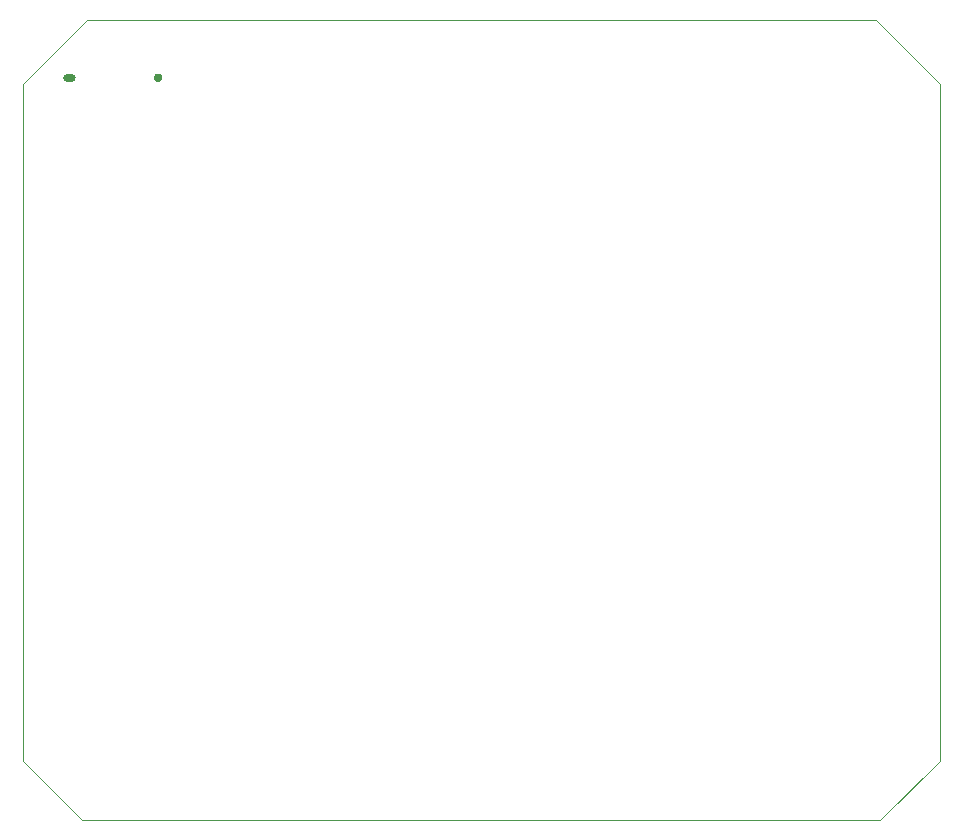
<source format=gko>
G04*
G04 #@! TF.GenerationSoftware,Altium Limited,Altium Designer,24.0.1 (36)*
G04*
G04 Layer_Color=16711935*
%FSLAX44Y44*%
%MOMM*%
G71*
G04*
G04 #@! TF.SameCoordinates,86479D1D-582F-4F93-B16F-34CC7BD45DDA*
G04*
G04*
G04 #@! TF.FilePolarity,Positive*
G04*
G01*
G75*
%ADD123C,0.0051*%
%ADD124C,0.0127*%
G36*
X34520Y628396D02*
X34520Y627838D01*
X34935Y626800D01*
X35706Y625990D01*
X36722Y625524D01*
X37280Y625496D01*
D01*
X41402Y625497D01*
X41976Y625501D01*
X43035Y625946D01*
X43844Y626761D01*
X44281Y627823D01*
Y628397D01*
Y628971D01*
X43844Y630033D01*
X43035Y630848D01*
X41976Y631293D01*
X41402Y631297D01*
D01*
X37262Y631296D01*
X36706Y631265D01*
X35697Y630796D01*
X34932Y629987D01*
X34520Y628953D01*
Y628396D01*
X34520Y628396D01*
X34520D01*
D02*
G37*
G36*
X111163Y628397D02*
Y627741D01*
X111665Y626528D01*
X112593Y625600D01*
X113806Y625097D01*
X115119D01*
X116332Y625600D01*
X117260Y626528D01*
X117762Y627741D01*
Y628397D01*
Y629054D01*
X117260Y630266D01*
X116332Y631195D01*
X115119Y631697D01*
X113806D01*
X112593Y631195D01*
X111665Y630266D01*
X111163Y629054D01*
Y628397D01*
D01*
D01*
D02*
G37*
D123*
X117762D02*
G03*
X117762Y628397I-3300J0D01*
G01*
X37262Y631296D02*
G03*
X34520Y628396I162J-2900D01*
G01*
X44281Y628397D02*
G03*
X41402Y631297I-2900J0D01*
G01*
Y625497D02*
G03*
X44281Y628397I-21J2900D01*
G01*
X34520Y628396D02*
G03*
X37280Y625496I2904J0D01*
G01*
X37262Y631296D02*
X41402Y631297D01*
X37280Y625496D02*
X41402Y625497D01*
D124*
X54128Y677190D02*
X54203D01*
X79Y623141D02*
X54128Y677190D01*
X63Y50064D02*
X79Y623141D01*
X557086Y677190D02*
X722086D01*
X54165Y677190D02*
X219081Y677190D01*
X557086D01*
X722086Y677192D02*
X776088Y623190D01*
X63Y50064D02*
X50064Y63D01*
X726072D01*
X776072Y50064D01*
X776088Y623190D01*
M02*

</source>
